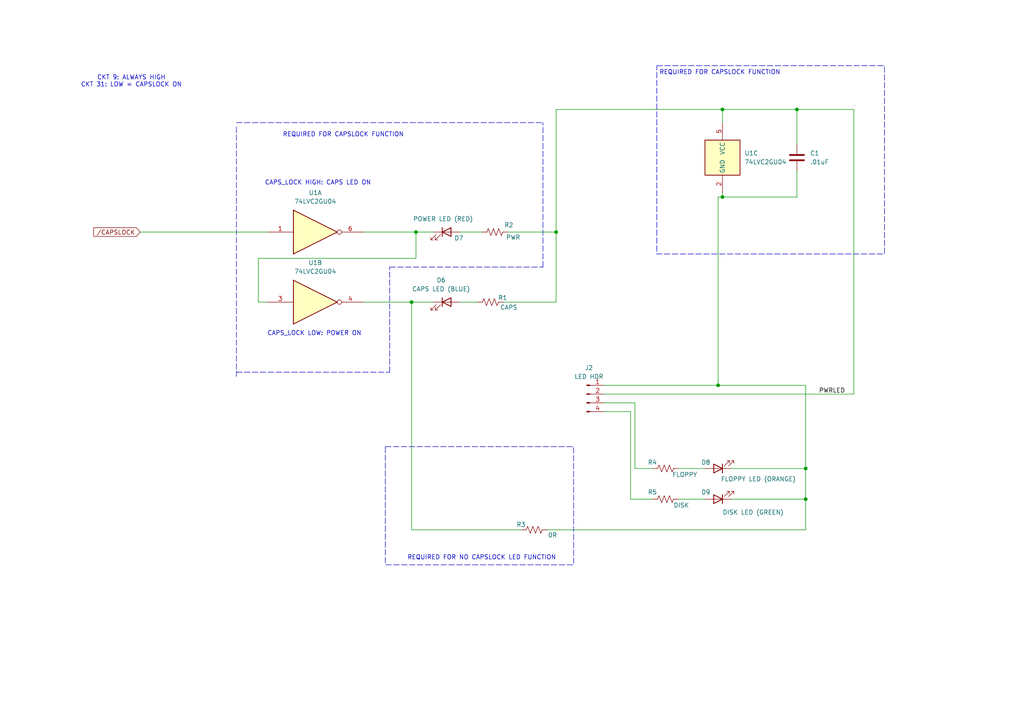
<source format=kicad_sch>
(kicad_sch (version 20231120) (generator "eeschema") (generator_version "8.0")
  (paper "A4")
  (lib_symbols
    (symbol "74xGxx:74LVC2GU04"
      (property "Reference" "U" (at -2.54 3.81 0))
      (property "Value" "74LVC2GU04" (at 0 -3.81 0))
      (symbol "74LVC2GU04_1_1"
        (polyline (pts (xy -7.62 6.35) (xy -7.62 -6.35) (xy 5.08 0) (xy -7.62 6.35)) (stroke (width 0.254)) (fill (type background)))
        (pin input line (at -15.24 0 0) (length 7.62) (name "~") (number "1"))
        (pin output inverted (at 12.7 0 180) (length 7.62) (name "~") (number "6"))
      )
      (symbol "74LVC2GU04_2_1"
        (polyline (pts (xy -7.62 6.35) (xy -7.62 -6.35) (xy 5.08 0) (xy -7.62 6.35)) (stroke (width 0.254)) (fill (type background)))
        (pin input line (at -15.24 0 0) (length 7.62) (name "~") (number "3"))
        (pin output inverted (at 12.7 0 180) (length 7.62) (name "~") (number "4"))
      )
      (symbol "74LVC2GU04_3_0"
        (rectangle (start -5.08 -5.08) (end 5.08 5.08) (stroke (width 0.254)) (fill (type background)))
      )
      (symbol "74LVC2GU04_3_1"
        (pin power_in line (at 0 -10.16 90) (length 5.08) (name "GND") (number "2"))
        (pin power_in line (at 0 10.16 270) (length 5.08) (name "VCC") (number "5"))
      )
    )
    (symbol "Connector:Conn_01x04_Pin" (pin_names (offset 1.016) hide)
      (property "Reference" "J" (at 0 5.08 0))
      (property "Value" "Conn_01x04_Pin" (at 0 -7.62 0))
      (symbol "Conn_01x04_Pin_1_1"
        (polyline (pts (xy 1.27 -5.08) (xy 0.8636 -5.08)) (stroke (width 0.1524)))
        (polyline (pts (xy 1.27 -2.54) (xy 0.8636 -2.54)) (stroke (width 0.1524)))
        (polyline (pts (xy 1.27 0) (xy 0.8636 0)) (stroke (width 0.1524)))
        (polyline (pts (xy 1.27 2.54) (xy 0.8636 2.54)) (stroke (width 0.1524)))
        (rectangle (start 0.8636 -4.953) (end 0 -5.207) (stroke (width 0.1524)) (fill (type outline)))
        (rectangle (start 0.8636 -2.413) (end 0 -2.667) (stroke (width 0.1524)) (fill (type outline)))
        (rectangle (start 0.8636 0.127) (end 0 -0.127) (stroke (width 0.1524)) (fill (type outline)))
        (rectangle (start 0.8636 2.667) (end 0 2.413) (stroke (width 0.1524)) (fill (type outline)))
        (pin passive line (at 5.08 2.54 180) (length 3.81) (name "Pin_1") (number "1"))
        (pin passive line (at 5.08 0 180) (length 3.81) (name "Pin_2") (number "2"))
        (pin passive line (at 5.08 -2.54 180) (length 3.81) (name "Pin_3") (number "3"))
        (pin passive line (at 5.08 -5.08 180) (length 3.81) (name "Pin_4") (number "4"))
      )
    )
    (symbol "Device:C" (pin_numbers hide) (pin_names (offset 0.254))
      (property "Reference" "C" (at 0.635 2.54 0))
      (property "Value" "C" (at 0.635 -2.54 0))
      (symbol "C_0_1"
        (polyline (pts (xy -2.032 -0.762) (xy 2.032 -0.762)) (stroke (width 0.508)))
        (polyline (pts (xy -2.032 0.762) (xy 2.032 0.762)) (stroke (width 0.508)))
      )
      (symbol "C_1_1"
        (pin passive line (at 0 3.81 270) (length 2.794) (name "~") (number "1"))
        (pin passive line (at 0 -3.81 90) (length 2.794) (name "~") (number "2"))
      )
    )
    (symbol "Device:LED" (pin_numbers hide) (pin_names (offset 1.016) hide)
      (property "Reference" "D" (at 0 2.54 0))
      (property "Value" "LED" (at 0 -2.54 0))
      (symbol "LED_0_1"
        (polyline (pts (xy -1.27 -1.27) (xy -1.27 1.27)) (stroke (width 0.254)))
        (polyline (pts (xy -1.27 0) (xy 1.27 0)))
        (polyline (pts (xy 1.27 -1.27) (xy 1.27 1.27) (xy -1.27 0) (xy 1.27 -1.27)) (stroke (width 0.254)))
        (polyline (pts (xy -3.048 -0.762) (xy -4.572 -2.286) (xy -3.81 -2.286) (xy -4.572 -2.286) (xy -4.572 -1.524)))
        (polyline (pts (xy -1.778 -0.762) (xy -3.302 -2.286) (xy -2.54 -2.286) (xy -3.302 -2.286) (xy -3.302 -1.524)))
      )
      (symbol "LED_1_1"
        (pin passive line (at -3.81 0 0) (length 2.54) (name "K") (number "1"))
        (pin passive line (at 3.81 0 180) (length 2.54) (name "A") (number "2"))
      )
    )
    (symbol "Device:R_US" (pin_numbers hide) (pin_names (offset 0))
      (property "Reference" "R" (at 2.54 0 90))
      (property "Value" "R_US" (at -2.54 0 90))
      (symbol "R_US_0_1"
        (polyline (pts (xy 0 -2.286) (xy 0 -2.54)))
        (polyline (pts (xy 0 2.286) (xy 0 2.54)))
        (polyline (pts (xy 0 -0.762) (xy 1.016 -1.143) (xy 0 -1.524) (xy -1.016 -1.905) (xy 0 -2.286)))
        (polyline (pts (xy 0 0.762) (xy 1.016 0.381) (xy 0 0) (xy -1.016 -0.381) (xy 0 -0.762)))
        (polyline (pts (xy 0 2.286) (xy 1.016 1.905) (xy 0 1.524) (xy -1.016 1.143) (xy 0 0.762)))
      )
      (symbol "R_US_1_1"
        (pin passive line (at 0 3.81 270) (length 1.27) (name "~") (number "1"))
        (pin passive line (at 0 -3.81 90) (length 1.27) (name "~") (number "2"))
      )
    )
  )
  (junction (at 233.68 144.78))
  (junction (at 209.55 31.75))
  (junction (at 208.28 111.76))
  (junction (at 120.65 67.31))
  (junction (at 161.29 67.31))
  (junction (at 233.68 135.89))
  (junction (at 209.55 57.15))
  (junction (at 119.38 87.63))
  (junction (at 231.14 31.75))
  (wire (pts (xy 184.15 135.89) (xy 189.23 135.89)))
  (wire (pts (xy 233.68 111.76) (xy 233.68 135.89)))
  (polyline (pts (xy 68.58 35.56) (xy 157.48 35.56)) (stroke (width 0) (type dash)))
  (wire (pts (xy 40.64 67.31) (xy 77.47 67.31)))
  (wire (pts (xy 175.26 119.38) (xy 182.88 119.38)))
  (wire (pts (xy 209.55 31.75) (xy 209.55 35.56)))
  (polyline (pts (xy 68.58 36.83) (xy 68.58 109.22)) (stroke (width 0) (type dash)))
  (wire (pts (xy 74.93 74.93) (xy 74.93 87.63)))
  (polyline (pts (xy 113.03 107.95) (xy 113.03 77.47)) (stroke (width 0) (type dash)))
  (wire (pts (xy 209.55 31.75) (xy 231.14 31.75)))
  (wire (pts (xy 147.32 67.31) (xy 161.29 67.31)))
  (wire (pts (xy 133.35 67.31) (xy 139.7 67.31)))
  (wire (pts (xy 146.05 87.63) (xy 161.29 87.63)))
  (wire (pts (xy 231.14 31.75) (xy 247.65 31.75)))
  (wire (pts (xy 208.28 57.15) (xy 208.28 111.76)))
  (wire (pts (xy 105.41 67.31) (xy 120.65 67.31)))
  (wire (pts (xy 133.35 87.63) (xy 138.43 87.63)))
  (wire (pts (xy 161.29 31.75) (xy 209.55 31.75)))
  (wire (pts (xy 120.65 67.31) (xy 125.73 67.31)))
  (wire (pts (xy 182.88 119.38) (xy 182.88 144.78)))
  (wire (pts (xy 233.68 144.78) (xy 212.09 144.78)))
  (polyline (pts (xy 113.03 77.47) (xy 157.48 77.47)) (stroke (width 0) (type dash)))
  (wire (pts (xy 233.68 153.67) (xy 158.75 153.67)))
  (wire (pts (xy 231.14 57.15) (xy 209.55 57.15)))
  (wire (pts (xy 119.38 153.67) (xy 119.38 87.63)))
  (wire (pts (xy 231.14 49.53) (xy 231.14 57.15)))
  (wire (pts (xy 209.55 55.88) (xy 209.55 57.15)))
  (wire (pts (xy 233.68 144.78) (xy 233.68 153.67)))
  (wire (pts (xy 119.38 87.63) (xy 125.73 87.63)))
  (wire (pts (xy 184.15 116.84) (xy 184.15 135.89)))
  (polyline (pts (xy 68.58 107.95) (xy 113.03 107.95)) (stroke (width 0) (type dash)))
  (wire (pts (xy 120.65 74.93) (xy 74.93 74.93)))
  (wire (pts (xy 233.68 135.89) (xy 233.68 144.78)))
  (wire (pts (xy 247.65 31.75) (xy 247.65 114.3)))
  (wire (pts (xy 208.28 57.15) (xy 209.55 57.15)))
  (wire (pts (xy 233.68 135.89) (xy 212.09 135.89)))
  (wire (pts (xy 196.85 144.78) (xy 204.47 144.78)))
  (wire (pts (xy 120.65 67.31) (xy 120.65 74.93)))
  (wire (pts (xy 161.29 31.75) (xy 161.29 67.31)))
  (wire (pts (xy 182.88 144.78) (xy 189.23 144.78)))
  (wire (pts (xy 105.41 87.63) (xy 119.38 87.63)))
  (wire (pts (xy 74.93 87.63) (xy 77.47 87.63)))
  (wire (pts (xy 175.26 116.84) (xy 184.15 116.84)))
  (wire (pts (xy 208.28 111.76) (xy 233.68 111.76)))
  (wire (pts (xy 196.85 135.89) (xy 204.47 135.89)))
  (wire (pts (xy 208.28 111.76) (xy 175.26 111.76)))
  (polyline (pts (xy 157.48 77.47) (xy 157.48 35.56)) (stroke (width 0) (type dash)))
  (wire (pts (xy 151.13 153.67) (xy 119.38 153.67)))
  (wire (pts (xy 175.26 114.3) (xy 247.65 114.3)))
  (wire (pts (xy 231.14 41.91) (xy 231.14 31.75)))
  (wire (pts (xy 161.29 67.31) (xy 161.29 87.63)))
  (rectangle (start 190.5 19.05) (end 256.54 73.66) (stroke (width 0) (type dash)))
  (rectangle (start 111.76 129.54) (end 166.37 163.83) (stroke (width 0) (type dash)))
  (text "CAPS_LOCK LOW: POWER ON" (at 91.186 96.774 0) (effects (font (size 1.27 1.27))))
  (text "CKT 9: ALWAYS HIGH\nCKT 31: LOW = CAPSLOCK ON" (at 38.1 23.622 0) (effects (font (size 1.27 1.27))))
  (text "REQUIRED FOR CAPSLOCK FUNCTION" (at 208.788 21.082 0) (effects (font (size 1.27 1.27))))
  (text "CAPS_LOCK HIGH: CAPS LED ON" (at 92.202 53.086 0) (effects (font (size 1.27 1.27))))
  (text "REQUIRED FOR NO CAPSLOCK LED FUNCTION" (at 139.7 161.798 0) (effects (font (size 1.27 1.27))))
  (text "REQUIRED FOR CAPSLOCK FUNCTION" (at 99.568 39.116 0) (effects (font (size 1.27 1.27))))
  (label "PWRLED" (at 237.49 114.3 0))
  (global_label "{slash}CAPSLOCK" (shape input) (at 40.64 67.31 180) (property "Intersheetrefs" "${INTERSHEET_REFS}" (effects (hide yes))))
  (symbol (lib_id "Connector:Conn_01x04_Pin") (at 170.18 114.3 0) (unit 1)
    (property "Reference" "J2" (at 170.815 106.68 0))
    (property "Value" "LED HDR" (at 170.815 109.22 0))
    (property "Footprint" "Connector_PinHeader_2.54mm:PinHeader_1x04_P2.54mm_Vertical" (effects (hide yes)))
    (property "Description" "Generic connector, single row, 01x04, script generated" (effects (hide yes)))
  )
  (symbol (lib_id "74xGxx:74LVC2GU04") (at 92.71 67.31 0) (unit 1)
    (property "Reference" "U1" (at 91.44 55.88 0))
    (property "Value" "74LVC2GU04" (at 91.44 58.42 0))
    (property "Footprint" "Package_TO_SOT_SMD:SOT-23-6" (effects (hide yes)))
    (property "Datasheet" "http://www.ti.com/lit/sg/scyt129e/scyt129e.pdf" (effects (hide yes)))
    (property "Description" "74LVC2G04, Dual NOT Gate, Low-Voltage CMOS" (effects (hide yes)))
  )
  (symbol (lib_id "Device:LED") (at 208.28 135.89 180) (unit 1)
    (property "Reference" "D8" (at 204.724 134.112 0))
    (property "Value" "FLOPPY LED (ORANGE)" (at 219.964 138.938 0))
    (property "Footprint" "LED_SMD:LED_0805_2012Metric" (effects (hide yes)))
    (property "Description" "Light emitting diode" (effects (hide yes)))
  )
  (symbol (lib_id "Device:R_US") (at 154.94 153.67 90) (unit 1)
    (property "Reference" "R3" (at 151.13 152.146 90))
    (property "Value" "0R" (at 160.274 155.194 90))
    (property "Footprint" "Resistor_SMD:R_0805_2012Metric_Pad1.20x1.40mm_HandSolder" (effects (hide yes)))
    (property "Description" "Resistor, US symbol" (effects (hide yes)))
  )
  (symbol (lib_id "Device:LED") (at 208.28 144.78 180) (unit 1)
    (property "Reference" "D9" (at 204.724 142.748 0))
    (property "Value" "DISK LED (GREEN)" (at 218.44 148.59 0))
    (property "Footprint" "LED_SMD:LED_0805_2012Metric" (effects (hide yes)))
    (property "Description" "Light emitting diode" (effects (hide yes)))
  )
  (symbol (lib_id "Device:LED") (at 129.54 67.31 0) (unit 1)
    (property "Reference" "D7" (at 133.096 69.088 0))
    (property "Value" "POWER LED (RED)" (at 128.524 63.5 0))
    (property "Footprint" "LED_SMD:LED_0805_2012Metric" (effects (hide yes)))
    (property "Description" "Light emitting diode" (effects (hide yes)))
  )
  (symbol (lib_id "74xGxx:74LVC2GU04") (at 209.55 45.72 0) (unit 3)
    (property "Reference" "U1" (at 215.9 44.4499 0) (effects (justify left)))
    (property "Value" "74LVC2GU04" (at 215.9 46.9899 0) (effects (justify left)))
    (property "Footprint" "Package_TO_SOT_SMD:SOT-23-6" (effects (hide yes)))
    (property "Datasheet" "http://www.ti.com/lit/sg/scyt129e/scyt129e.pdf" (effects (hide yes)))
    (property "Description" "74LVC2G04, Dual NOT Gate, Low-Voltage CMOS" (effects (hide yes)))
  )
  (symbol (lib_id "Device:R_US") (at 193.04 144.78 90) (unit 1)
    (property "Reference" "R5" (at 189.23 142.748 90))
    (property "Value" "DISK" (at 197.612 146.558 90))
    (property "Footprint" "Resistor_SMD:R_0805_2012Metric_Pad1.20x1.40mm_HandSolder" (effects (hide yes)))
    (property "Description" "Resistor, US symbol" (effects (hide yes)))
  )
  (symbol (lib_id "Device:R_US") (at 193.04 135.89 90) (unit 1)
    (property "Reference" "R4" (at 189.23 134.112 90))
    (property "Value" "FLOPPY" (at 198.628 137.668 90))
    (property "Footprint" "Resistor_SMD:R_0805_2012Metric_Pad1.20x1.40mm_HandSolder" (effects (hide yes)))
    (property "Description" "Resistor, US symbol" (effects (hide yes)))
  )
  (symbol (lib_id "Device:R_US") (at 143.51 67.31 90) (unit 1)
    (property "Reference" "R2" (at 147.574 65.278 90))
    (property "Value" "PWR" (at 148.844 68.834 90))
    (property "Footprint" "Resistor_SMD:R_0805_2012Metric_Pad1.20x1.40mm_HandSolder" (effects (hide yes)))
    (property "Description" "Resistor, US symbol" (effects (hide yes)))
  )
  (symbol (lib_id "Device:C") (at 231.14 45.72 0) (unit 1)
    (property "Reference" "C1" (at 234.95 44.4499 0) (effects (justify left)))
    (property "Value" ".01uF" (at 234.95 46.9899 0) (effects (justify left)))
    (property "Footprint" "Capacitor_SMD:C_0805_2012Metric_Pad1.18x1.45mm_HandSolder" (effects (hide yes)))
    (property "Description" "Unpolarized capacitor" (effects (hide yes)))
  )
  (symbol (lib_id "74xGxx:74LVC2GU04") (at 92.71 87.63 0) (unit 2)
    (property "Reference" "U1" (at 91.44 76.2 0))
    (property "Value" "74LVC2GU04" (at 91.44 78.74 0))
    (property "Footprint" "Package_TO_SOT_SMD:SOT-23-6" (effects (hide yes)))
    (property "Datasheet" "http://www.ti.com/lit/sg/scyt129e/scyt129e.pdf" (effects (hide yes)))
    (property "Description" "74LVC2G04, Dual NOT Gate, Low-Voltage CMOS" (effects (hide yes)))
  )
  (symbol (lib_id "Device:LED") (at 129.54 87.63 0) (unit 1)
    (property "Reference" "D6" (at 127.9525 81.28 0))
    (property "Value" "CAPS LED (BLUE)" (at 127.9525 83.82 0))
    (property "Footprint" "LED_SMD:LED_0805_2012Metric" (effects (hide yes)))
    (property "Description" "Light emitting diode" (effects (hide yes)))
  )
  (symbol (lib_id "Device:R_US") (at 142.24 87.63 90) (unit 1)
    (property "Reference" "R1" (at 145.796 86.36 90))
    (property "Value" "CAPS" (at 147.574 89.154 90))
    (property "Footprint" "Resistor_SMD:R_0805_2012Metric_Pad1.20x1.40mm_HandSolder" (effects (hide yes)))
    (property "Description" "Resistor, US symbol" (effects (hide yes)))
  )
)
</source>
